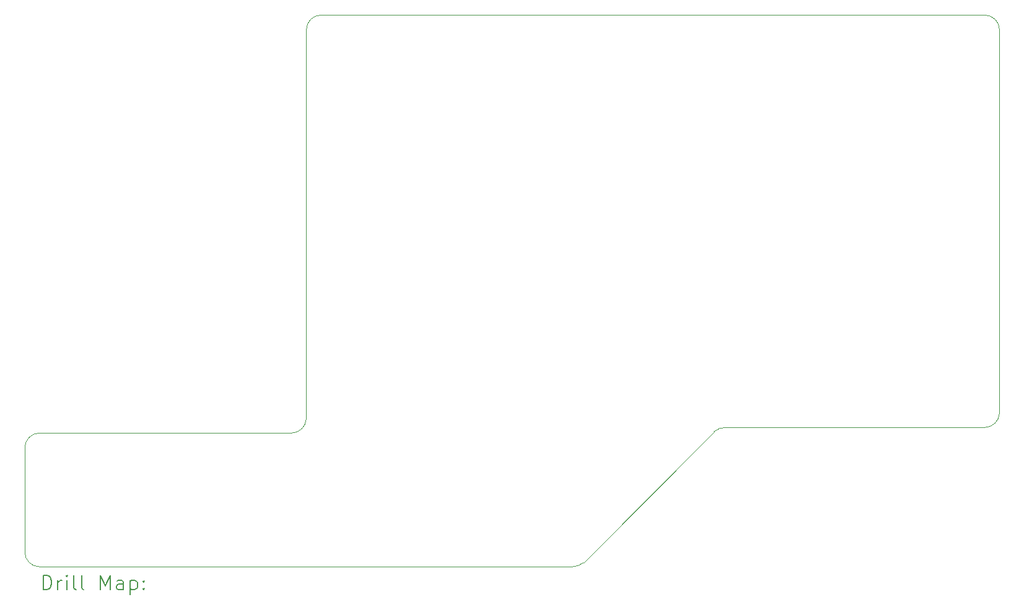
<source format=gbr>
%TF.GenerationSoftware,KiCad,Pcbnew,(6.0.10)*%
%TF.CreationDate,2023-03-05T22:19:38-08:00*%
%TF.ProjectId,tsbym-top_plate,74736279-6d2d-4746-9f70-5f706c617465,rev?*%
%TF.SameCoordinates,Original*%
%TF.FileFunction,Drillmap*%
%TF.FilePolarity,Positive*%
%FSLAX45Y45*%
G04 Gerber Fmt 4.5, Leading zero omitted, Abs format (unit mm)*
G04 Created by KiCad (PCBNEW (6.0.10)) date 2023-03-05 22:19:38*
%MOMM*%
%LPD*%
G01*
G04 APERTURE LIST*
%ADD10C,0.100000*%
%ADD11C,0.200000*%
G04 APERTURE END LIST*
D10*
X20675600Y-11709400D02*
G75*
G03*
X20878800Y-11506200I0J203200D01*
G01*
X11201400Y-11785600D02*
G75*
G03*
X11404600Y-11582400I0J203200D01*
G01*
X11404600Y-6273800D02*
X11404600Y-11582400D01*
X7759700Y-11785600D02*
G75*
G03*
X7556500Y-11988800I0J-203200D01*
G01*
X20675600Y-6070600D02*
X11607800Y-6070600D01*
X17132300Y-11709400D02*
G75*
G03*
X16977477Y-11766148I546J-241060D01*
G01*
X20878800Y-6273800D02*
G75*
G03*
X20675600Y-6070600I-203200J0D01*
G01*
X15191623Y-13557652D02*
X16977477Y-11766148D01*
X7556500Y-13411200D02*
G75*
G03*
X7759700Y-13614400I203200J0D01*
G01*
X20472400Y-11709400D02*
X17132300Y-11709400D01*
X20878800Y-11506200D02*
X20878800Y-6273800D01*
X11607800Y-6070600D02*
G75*
G03*
X11404600Y-6273800I0J-203200D01*
G01*
X11201400Y-11785600D02*
X7759700Y-11785600D01*
X15036800Y-13614400D02*
X7759700Y-13614400D01*
X20472400Y-11709400D02*
X20675600Y-11709400D01*
X7556500Y-11988800D02*
X7556500Y-13411200D01*
X15036800Y-13614400D02*
G75*
G03*
X15191623Y-13557652I-546J241060D01*
G01*
D11*
X7809119Y-13929876D02*
X7809119Y-13729876D01*
X7856738Y-13729876D01*
X7885309Y-13739400D01*
X7904357Y-13758448D01*
X7913881Y-13777495D01*
X7923405Y-13815590D01*
X7923405Y-13844162D01*
X7913881Y-13882257D01*
X7904357Y-13901305D01*
X7885309Y-13920352D01*
X7856738Y-13929876D01*
X7809119Y-13929876D01*
X8009119Y-13929876D02*
X8009119Y-13796543D01*
X8009119Y-13834638D02*
X8018643Y-13815590D01*
X8028167Y-13806067D01*
X8047214Y-13796543D01*
X8066262Y-13796543D01*
X8132928Y-13929876D02*
X8132928Y-13796543D01*
X8132928Y-13729876D02*
X8123405Y-13739400D01*
X8132928Y-13748924D01*
X8142452Y-13739400D01*
X8132928Y-13729876D01*
X8132928Y-13748924D01*
X8256738Y-13929876D02*
X8237690Y-13920352D01*
X8228167Y-13901305D01*
X8228167Y-13729876D01*
X8361500Y-13929876D02*
X8342452Y-13920352D01*
X8332928Y-13901305D01*
X8332928Y-13729876D01*
X8590071Y-13929876D02*
X8590071Y-13729876D01*
X8656738Y-13872733D01*
X8723405Y-13729876D01*
X8723405Y-13929876D01*
X8904357Y-13929876D02*
X8904357Y-13825114D01*
X8894833Y-13806067D01*
X8875786Y-13796543D01*
X8837690Y-13796543D01*
X8818643Y-13806067D01*
X8904357Y-13920352D02*
X8885310Y-13929876D01*
X8837690Y-13929876D01*
X8818643Y-13920352D01*
X8809119Y-13901305D01*
X8809119Y-13882257D01*
X8818643Y-13863209D01*
X8837690Y-13853686D01*
X8885310Y-13853686D01*
X8904357Y-13844162D01*
X8999595Y-13796543D02*
X8999595Y-13996543D01*
X8999595Y-13806067D02*
X9018643Y-13796543D01*
X9056738Y-13796543D01*
X9075786Y-13806067D01*
X9085310Y-13815590D01*
X9094833Y-13834638D01*
X9094833Y-13891781D01*
X9085310Y-13910828D01*
X9075786Y-13920352D01*
X9056738Y-13929876D01*
X9018643Y-13929876D01*
X8999595Y-13920352D01*
X9180548Y-13910828D02*
X9190071Y-13920352D01*
X9180548Y-13929876D01*
X9171024Y-13920352D01*
X9180548Y-13910828D01*
X9180548Y-13929876D01*
X9180548Y-13806067D02*
X9190071Y-13815590D01*
X9180548Y-13825114D01*
X9171024Y-13815590D01*
X9180548Y-13806067D01*
X9180548Y-13825114D01*
M02*

</source>
